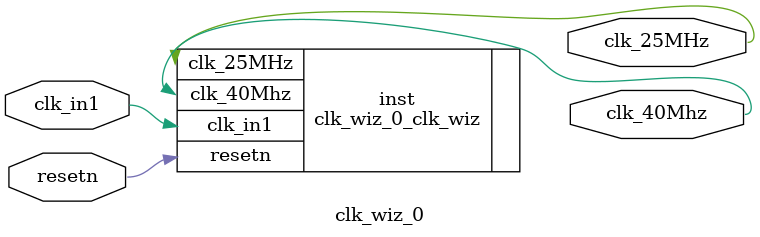
<source format=v>


`timescale 1ps/1ps

(* CORE_GENERATION_INFO = "clk_wiz_0,clk_wiz_v6_0_12_0_0,{component_name=clk_wiz_0,use_phase_alignment=true,use_min_o_jitter=false,use_max_i_jitter=false,use_dyn_phase_shift=false,use_inclk_switchover=false,use_dyn_reconfig=false,enable_axi=0,feedback_source=FDBK_AUTO,PRIMITIVE=MMCM,num_out_clk=2,clkin1_period=83.333,clkin2_period=10.0,use_power_down=false,use_reset=true,use_locked=false,use_inclk_stopped=false,feedback_type=SINGLE,CLOCK_MGR_TYPE=NA,manual_override=false}" *)

module clk_wiz_0 
 (
  // Clock out ports
  output        clk_40Mhz,
  output        clk_25MHz,
  // Status and control signals
  input         resetn,
 // Clock in ports
  input         clk_in1
 );

  clk_wiz_0_clk_wiz inst
  (
  // Clock out ports  
  .clk_40Mhz(clk_40Mhz),
  .clk_25MHz(clk_25MHz),
  // Status and control signals               
  .resetn(resetn), 
 // Clock in ports
  .clk_in1(clk_in1)
  );

endmodule

</source>
